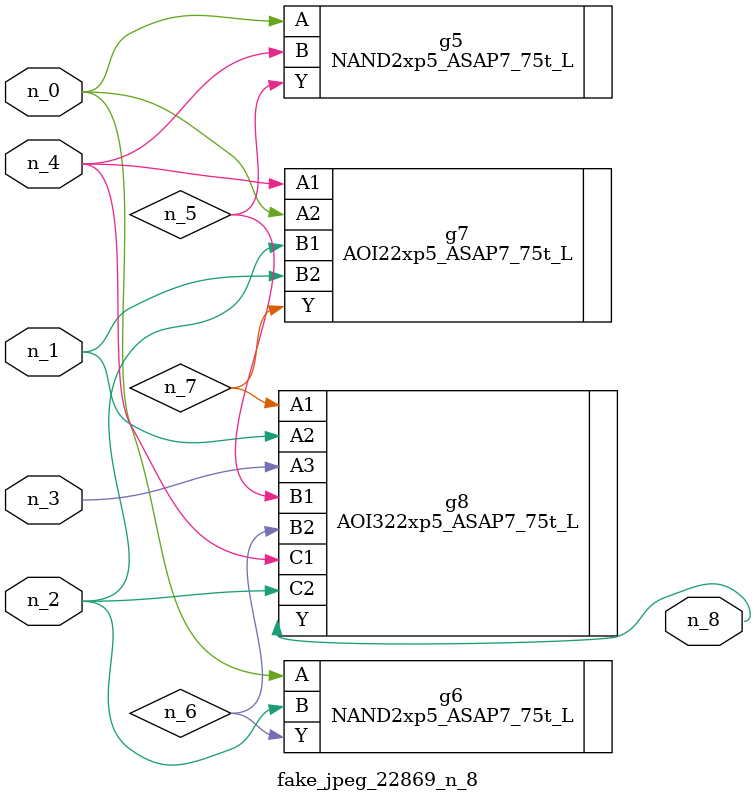
<source format=v>
module fake_jpeg_22869_n_8 (n_3, n_2, n_1, n_0, n_4, n_8);

input n_3;
input n_2;
input n_1;
input n_0;
input n_4;

output n_8;

wire n_6;
wire n_5;
wire n_7;

NAND2xp5_ASAP7_75t_L g5 ( 
.A(n_0),
.B(n_4),
.Y(n_5)
);

NAND2xp5_ASAP7_75t_L g6 ( 
.A(n_0),
.B(n_2),
.Y(n_6)
);

AOI22xp5_ASAP7_75t_L g7 ( 
.A1(n_4),
.A2(n_0),
.B1(n_2),
.B2(n_1),
.Y(n_7)
);

AOI322xp5_ASAP7_75t_L g8 ( 
.A1(n_7),
.A2(n_1),
.A3(n_3),
.B1(n_5),
.B2(n_6),
.C1(n_4),
.C2(n_2),
.Y(n_8)
);


endmodule
</source>
